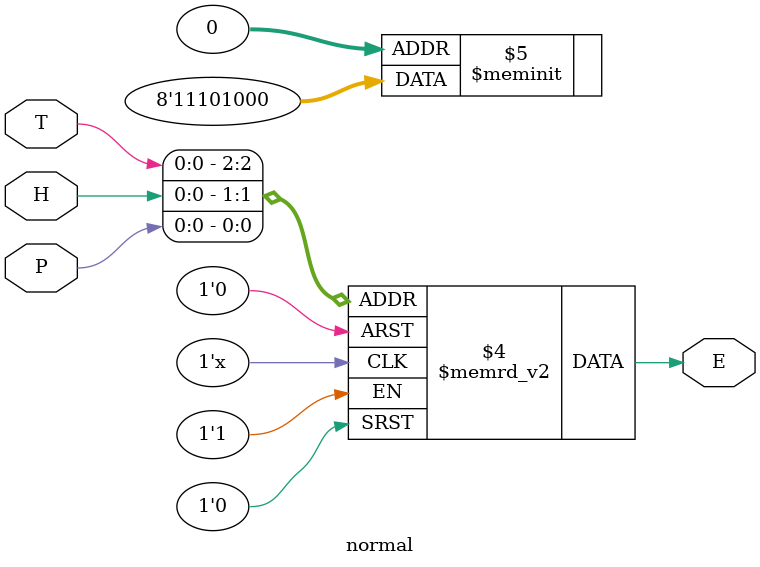
<source format=v>



// Generated by Quartus Prime Version 20.1 (Build Build 720 11/11/2020)
// Created on Thu Sep 23 09:13:56 2021

//  Module Declaration
module normal
(
// {{ALTERA_ARGS_BEGIN}} DO NOT REMOVE THIS LINE!
T, H, P, E
// {{ALTERA_ARGS_END}} DO NOT REMOVE THIS LINE!
);
// Port Declaration

// {{ALTERA_IO_BEGIN}} DO NOT REMOVE THIS LINE!
input T;
input H;
input P;
output E;
// {{ALTERA_IO_END}} DO NOT REMOVE THIS LINE!
reg E;

always @(T or H or P)
begin
	case ({T,H,P})
	
		3'b000: E= 'b0;
		3'b001: E= 'b0;
		3'b010: E= 'b0;
		3'b011: E= 'b1;
		3'b100: E= 'b0;
		3'b101: E= 'b1;
		3'b110: E= 'b1;
		3'b111: E= 'b1;
	endcase
end

endmodule

</source>
